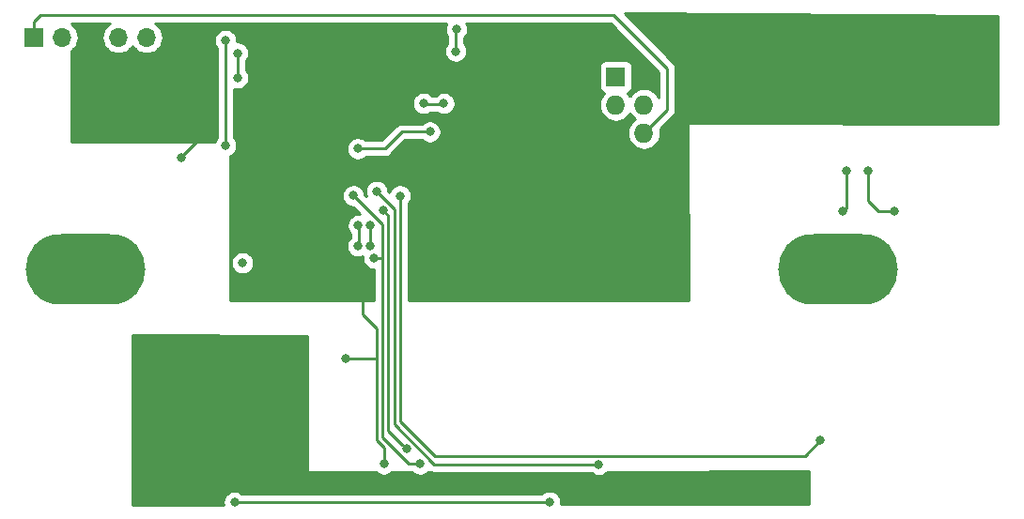
<source format=gbr>
G04 #@! TF.GenerationSoftware,KiCad,Pcbnew,(5.1.4)-1*
G04 #@! TF.CreationDate,2020-02-04T12:11:03-05:00*
G04 #@! TF.ProjectId,CellMan,43656c6c-4d61-46e2-9e6b-696361645f70,2.0*
G04 #@! TF.SameCoordinates,Original*
G04 #@! TF.FileFunction,Copper,L2,Bot*
G04 #@! TF.FilePolarity,Positive*
%FSLAX46Y46*%
G04 Gerber Fmt 4.6, Leading zero omitted, Abs format (unit mm)*
G04 Created by KiCad (PCBNEW (5.1.4)-1) date 2020-02-04 12:11:03*
%MOMM*%
%LPD*%
G04 APERTURE LIST*
%ADD10O,1.727200X1.727200*%
%ADD11R,1.727200X1.727200*%
%ADD12O,1.700000X1.700000*%
%ADD13R,1.700000X1.700000*%
%ADD14O,10.795000X6.350000*%
%ADD15C,0.800000*%
%ADD16C,0.250000*%
%ADD17C,0.254000*%
G04 APERTURE END LIST*
D10*
X158245000Y-92735000D03*
X155705000Y-92735000D03*
X158245000Y-90195000D03*
X155705000Y-90195000D03*
X158245000Y-87655000D03*
D11*
X155705000Y-87655000D03*
D12*
X113420000Y-84100000D03*
X110880000Y-84100000D03*
X108340000Y-84100000D03*
X105800000Y-84100000D03*
D13*
X103260000Y-84100000D03*
D14*
X107899200Y-105003600D03*
X175717200Y-105003600D03*
D15*
X122060000Y-104440000D03*
X116110000Y-120500000D03*
X116080000Y-123030000D03*
X166828000Y-125660000D03*
X166828000Y-124671000D03*
X166828000Y-123682000D03*
X163400000Y-124750000D03*
X144440000Y-124210000D03*
X134147977Y-97986934D03*
X154182650Y-122629010D03*
X132450000Y-94130000D03*
X138960000Y-92620000D03*
X133798520Y-87182480D03*
X123090000Y-98540000D03*
X112010000Y-88730000D03*
X118220000Y-93200000D03*
X116520000Y-94919998D03*
X134800000Y-122580000D03*
X147170000Y-85940000D03*
X123140000Y-88370000D03*
X131481465Y-104718012D03*
X180480000Y-90910000D03*
X131395000Y-113075000D03*
X131400000Y-113080000D03*
X121620000Y-87750000D03*
X138080000Y-122580000D03*
X133930000Y-104000000D03*
X132057978Y-98367363D03*
X121627520Y-85522480D03*
X138380000Y-90060000D03*
X140210000Y-90060000D03*
X141290000Y-85340000D03*
X141340000Y-83390000D03*
X133570990Y-102929156D03*
X133570990Y-101060000D03*
X134729678Y-99670322D03*
X136848262Y-121232728D03*
X136260000Y-98390000D03*
X174130000Y-120460000D03*
X132505989Y-101060000D03*
X132489156Y-102929156D03*
X120550000Y-93850000D03*
X120540000Y-84370000D03*
X121350000Y-126030000D03*
X149740000Y-126020000D03*
X180810000Y-99780000D03*
X178460000Y-96130000D03*
X176170000Y-99790000D03*
X176470000Y-96140000D03*
D16*
X135740000Y-99578957D02*
X135740000Y-119022779D01*
X139346231Y-122629010D02*
X153616965Y-122629010D01*
X153616965Y-122629010D02*
X154182650Y-122629010D01*
X135740000Y-119022779D02*
X139346231Y-122629010D01*
X134147977Y-97986934D02*
X135740000Y-99578957D01*
X138394315Y-92620000D02*
X138960000Y-92620000D01*
X136420000Y-92620000D02*
X138394315Y-92620000D01*
X132450000Y-94130000D02*
X134910000Y-94130000D01*
X134910000Y-94130000D02*
X136420000Y-92620000D01*
X118220000Y-93200000D02*
X116520000Y-94900000D01*
X116520000Y-94900000D02*
X116520000Y-94919998D01*
X131400000Y-113080000D02*
X134160000Y-113080000D01*
X132860000Y-106096547D02*
X131481465Y-104718012D01*
X132860000Y-109060000D02*
X132860000Y-106096547D01*
X134160000Y-113080000D02*
X134160000Y-110360000D01*
X134160000Y-110360000D02*
X132860000Y-109060000D01*
X134160000Y-120470000D02*
X134160000Y-113080000D01*
X134800000Y-122580000D02*
X134800000Y-121110000D01*
X134800000Y-121110000D02*
X134160000Y-120470000D01*
X121620000Y-85310002D02*
X121640002Y-85290000D01*
X121620000Y-87750000D02*
X121620000Y-85310002D01*
X133930000Y-104000000D02*
X134670000Y-104000000D01*
X137080000Y-122580000D02*
X134670000Y-120170000D01*
X138080000Y-122580000D02*
X137080000Y-122580000D01*
X134670000Y-100979385D02*
X132457977Y-98767362D01*
X132457977Y-98767362D02*
X132057978Y-98367363D01*
X134670000Y-120170000D02*
X134670000Y-100979385D01*
X103260000Y-82710000D02*
X103260000Y-84100000D01*
X103890000Y-82080000D02*
X103260000Y-82710000D01*
X155540000Y-82080000D02*
X103890000Y-82080000D01*
X160360000Y-86900000D02*
X155540000Y-82080000D01*
X158245000Y-92735000D02*
X160360000Y-90620000D01*
X160360000Y-90620000D02*
X160360000Y-86900000D01*
X138380000Y-90110000D02*
X139836752Y-90110000D01*
X141290000Y-85340000D02*
X141290000Y-83440000D01*
X141290000Y-83440000D02*
X141340000Y-83390000D01*
X133570990Y-102960000D02*
X133570990Y-101060000D01*
X134729678Y-99670322D02*
X135216988Y-100157632D01*
X135216988Y-100157632D02*
X135216988Y-119601454D01*
X135216988Y-119601454D02*
X136448263Y-120832729D01*
X136448263Y-120832729D02*
X136848262Y-121232728D01*
X139390000Y-121850000D02*
X172740000Y-121850000D01*
X136260000Y-118720000D02*
X139390000Y-121850000D01*
X136260000Y-98390000D02*
X136260000Y-118720000D01*
X172740000Y-121850000D02*
X174130000Y-120460000D01*
X132520000Y-102970000D02*
X132520000Y-101093879D01*
X120550000Y-84380000D02*
X120540000Y-84370000D01*
X120550000Y-93850000D02*
X120550000Y-84380000D01*
X149730000Y-126030000D02*
X149740000Y-126020000D01*
X121350000Y-126030000D02*
X149730000Y-126030000D01*
X179360000Y-99780000D02*
X180810000Y-99780000D01*
X178450000Y-98870000D02*
X179360000Y-99780000D01*
X178460000Y-96130000D02*
X178450000Y-96140000D01*
X178450000Y-96140000D02*
X178450000Y-98870000D01*
X176470000Y-98040000D02*
X176470000Y-96140000D01*
X176170000Y-99790000D02*
X176470000Y-99490000D01*
X176470000Y-99490000D02*
X176470000Y-98040000D01*
D17*
G36*
X127873000Y-111006841D02*
G01*
X127873000Y-123220000D01*
X127875440Y-123244776D01*
X127882667Y-123268601D01*
X127894403Y-123290557D01*
X127910197Y-123309803D01*
X127929443Y-123325597D01*
X127951399Y-123337333D01*
X127975224Y-123344560D01*
X128000337Y-123347000D01*
X134087140Y-123330851D01*
X134140226Y-123383937D01*
X134309744Y-123497205D01*
X134498102Y-123575226D01*
X134698061Y-123615000D01*
X134901939Y-123615000D01*
X135101898Y-123575226D01*
X135290256Y-123497205D01*
X135459774Y-123383937D01*
X135516653Y-123327058D01*
X136912396Y-123323355D01*
X136931014Y-123329003D01*
X137042667Y-123340000D01*
X137042675Y-123340000D01*
X137080000Y-123343676D01*
X137117325Y-123340000D01*
X137376289Y-123340000D01*
X137420226Y-123383937D01*
X137589744Y-123497205D01*
X137778102Y-123575226D01*
X137978061Y-123615000D01*
X138181939Y-123615000D01*
X138381898Y-123575226D01*
X138570256Y-123497205D01*
X138739774Y-123383937D01*
X138805378Y-123318333D01*
X139022556Y-123317757D01*
X139053984Y-123334556D01*
X139197245Y-123378013D01*
X139308898Y-123389010D01*
X139308906Y-123389010D01*
X139346231Y-123392686D01*
X139383556Y-123389010D01*
X153478939Y-123389010D01*
X153522876Y-123432947D01*
X153692394Y-123546215D01*
X153880752Y-123624236D01*
X154080711Y-123664010D01*
X154284589Y-123664010D01*
X154484548Y-123624236D01*
X154672906Y-123546215D01*
X154842424Y-123432947D01*
X154986587Y-123288784D01*
X154995544Y-123275379D01*
X173103000Y-123227338D01*
X173103000Y-126193207D01*
X150753564Y-126229708D01*
X150775000Y-126121939D01*
X150775000Y-125918061D01*
X150735226Y-125718102D01*
X150657205Y-125529744D01*
X150543937Y-125360226D01*
X150399774Y-125216063D01*
X150230256Y-125102795D01*
X150041898Y-125024774D01*
X149841939Y-124985000D01*
X149638061Y-124985000D01*
X149438102Y-125024774D01*
X149249744Y-125102795D01*
X149080226Y-125216063D01*
X149026289Y-125270000D01*
X122053711Y-125270000D01*
X122009774Y-125226063D01*
X121840256Y-125112795D01*
X121651898Y-125034774D01*
X121451939Y-124995000D01*
X121248061Y-124995000D01*
X121048102Y-125034774D01*
X120859744Y-125112795D01*
X120690226Y-125226063D01*
X120546063Y-125370226D01*
X120432795Y-125539744D01*
X120354774Y-125728102D01*
X120315000Y-125928061D01*
X120315000Y-126131939D01*
X120344326Y-126279372D01*
X112127082Y-126292792D01*
X112136918Y-110987159D01*
X127873000Y-111006841D01*
X127873000Y-111006841D01*
G37*
X127873000Y-111006841D02*
X127873000Y-123220000D01*
X127875440Y-123244776D01*
X127882667Y-123268601D01*
X127894403Y-123290557D01*
X127910197Y-123309803D01*
X127929443Y-123325597D01*
X127951399Y-123337333D01*
X127975224Y-123344560D01*
X128000337Y-123347000D01*
X134087140Y-123330851D01*
X134140226Y-123383937D01*
X134309744Y-123497205D01*
X134498102Y-123575226D01*
X134698061Y-123615000D01*
X134901939Y-123615000D01*
X135101898Y-123575226D01*
X135290256Y-123497205D01*
X135459774Y-123383937D01*
X135516653Y-123327058D01*
X136912396Y-123323355D01*
X136931014Y-123329003D01*
X137042667Y-123340000D01*
X137042675Y-123340000D01*
X137080000Y-123343676D01*
X137117325Y-123340000D01*
X137376289Y-123340000D01*
X137420226Y-123383937D01*
X137589744Y-123497205D01*
X137778102Y-123575226D01*
X137978061Y-123615000D01*
X138181939Y-123615000D01*
X138381898Y-123575226D01*
X138570256Y-123497205D01*
X138739774Y-123383937D01*
X138805378Y-123318333D01*
X139022556Y-123317757D01*
X139053984Y-123334556D01*
X139197245Y-123378013D01*
X139308898Y-123389010D01*
X139308906Y-123389010D01*
X139346231Y-123392686D01*
X139383556Y-123389010D01*
X153478939Y-123389010D01*
X153522876Y-123432947D01*
X153692394Y-123546215D01*
X153880752Y-123624236D01*
X154080711Y-123664010D01*
X154284589Y-123664010D01*
X154484548Y-123624236D01*
X154672906Y-123546215D01*
X154842424Y-123432947D01*
X154986587Y-123288784D01*
X154995544Y-123275379D01*
X173103000Y-123227338D01*
X173103000Y-126193207D01*
X150753564Y-126229708D01*
X150775000Y-126121939D01*
X150775000Y-125918061D01*
X150735226Y-125718102D01*
X150657205Y-125529744D01*
X150543937Y-125360226D01*
X150399774Y-125216063D01*
X150230256Y-125102795D01*
X150041898Y-125024774D01*
X149841939Y-124985000D01*
X149638061Y-124985000D01*
X149438102Y-125024774D01*
X149249744Y-125102795D01*
X149080226Y-125216063D01*
X149026289Y-125270000D01*
X122053711Y-125270000D01*
X122009774Y-125226063D01*
X121840256Y-125112795D01*
X121651898Y-125034774D01*
X121451939Y-124995000D01*
X121248061Y-124995000D01*
X121048102Y-125034774D01*
X120859744Y-125112795D01*
X120690226Y-125226063D01*
X120546063Y-125370226D01*
X120432795Y-125539744D01*
X120354774Y-125728102D01*
X120315000Y-125928061D01*
X120315000Y-126131939D01*
X120344326Y-126279372D01*
X112127082Y-126292792D01*
X112136918Y-110987159D01*
X127873000Y-111006841D01*
G36*
X190152748Y-82131281D02*
G01*
X190133253Y-91930147D01*
X162330352Y-91853000D01*
X162305569Y-91855372D01*
X162281725Y-91862533D01*
X162259736Y-91874208D01*
X162240447Y-91889949D01*
X162224600Y-91909150D01*
X162212803Y-91931074D01*
X162205509Y-91954878D01*
X162203000Y-91980239D01*
X162232761Y-107813000D01*
X137020000Y-107813000D01*
X137020000Y-99093711D01*
X137063937Y-99049774D01*
X137177205Y-98880256D01*
X137255226Y-98691898D01*
X137295000Y-98491939D01*
X137295000Y-98288061D01*
X137255226Y-98088102D01*
X137177205Y-97899744D01*
X137063937Y-97730226D01*
X136919774Y-97586063D01*
X136750256Y-97472795D01*
X136561898Y-97394774D01*
X136361939Y-97355000D01*
X136158061Y-97355000D01*
X135958102Y-97394774D01*
X135769744Y-97472795D01*
X135600226Y-97586063D01*
X135456063Y-97730226D01*
X135342795Y-97899744D01*
X135282105Y-98046261D01*
X135182977Y-97947133D01*
X135182977Y-97884995D01*
X135143203Y-97685036D01*
X135065182Y-97496678D01*
X134951914Y-97327160D01*
X134807751Y-97182997D01*
X134638233Y-97069729D01*
X134449875Y-96991708D01*
X134249916Y-96951934D01*
X134046038Y-96951934D01*
X133846079Y-96991708D01*
X133657721Y-97069729D01*
X133488203Y-97182997D01*
X133344040Y-97327160D01*
X133230772Y-97496678D01*
X133152751Y-97685036D01*
X133112977Y-97884995D01*
X133112977Y-98088873D01*
X133152751Y-98288832D01*
X133222404Y-98456988D01*
X133092978Y-98327562D01*
X133092978Y-98265424D01*
X133053204Y-98065465D01*
X132975183Y-97877107D01*
X132861915Y-97707589D01*
X132717752Y-97563426D01*
X132548234Y-97450158D01*
X132359876Y-97372137D01*
X132159917Y-97332363D01*
X131956039Y-97332363D01*
X131756080Y-97372137D01*
X131567722Y-97450158D01*
X131398204Y-97563426D01*
X131254041Y-97707589D01*
X131140773Y-97877107D01*
X131062752Y-98065465D01*
X131022978Y-98265424D01*
X131022978Y-98469302D01*
X131062752Y-98669261D01*
X131140773Y-98857619D01*
X131254041Y-99027137D01*
X131398204Y-99171300D01*
X131567722Y-99284568D01*
X131756080Y-99362589D01*
X131956039Y-99402363D01*
X132018177Y-99402363D01*
X132648979Y-100033166D01*
X132607928Y-100025000D01*
X132404050Y-100025000D01*
X132204091Y-100064774D01*
X132015733Y-100142795D01*
X131846215Y-100256063D01*
X131702052Y-100400226D01*
X131588784Y-100569744D01*
X131510763Y-100758102D01*
X131470989Y-100958061D01*
X131470989Y-101161939D01*
X131510763Y-101361898D01*
X131588784Y-101550256D01*
X131702052Y-101719774D01*
X131760001Y-101777723D01*
X131760000Y-102194601D01*
X131685219Y-102269382D01*
X131571951Y-102438900D01*
X131493930Y-102627258D01*
X131454156Y-102827217D01*
X131454156Y-103031095D01*
X131493930Y-103231054D01*
X131571951Y-103419412D01*
X131685219Y-103588930D01*
X131829382Y-103733093D01*
X131998900Y-103846361D01*
X132187258Y-103924382D01*
X132387217Y-103964156D01*
X132591095Y-103964156D01*
X132791054Y-103924382D01*
X132898628Y-103879823D01*
X132895000Y-103898061D01*
X132895000Y-104101939D01*
X132934774Y-104301898D01*
X133012795Y-104490256D01*
X133126063Y-104659774D01*
X133270226Y-104803937D01*
X133439744Y-104917205D01*
X133628102Y-104995226D01*
X133828061Y-105035000D01*
X133910001Y-105035000D01*
X133910001Y-107813000D01*
X120937000Y-107813000D01*
X120937000Y-104338061D01*
X121025000Y-104338061D01*
X121025000Y-104541939D01*
X121064774Y-104741898D01*
X121142795Y-104930256D01*
X121256063Y-105099774D01*
X121400226Y-105243937D01*
X121569744Y-105357205D01*
X121758102Y-105435226D01*
X121958061Y-105475000D01*
X122161939Y-105475000D01*
X122361898Y-105435226D01*
X122550256Y-105357205D01*
X122719774Y-105243937D01*
X122863937Y-105099774D01*
X122977205Y-104930256D01*
X123055226Y-104741898D01*
X123095000Y-104541939D01*
X123095000Y-104338061D01*
X123055226Y-104138102D01*
X122977205Y-103949744D01*
X122863937Y-103780226D01*
X122719774Y-103636063D01*
X122550256Y-103522795D01*
X122361898Y-103444774D01*
X122161939Y-103405000D01*
X121958061Y-103405000D01*
X121758102Y-103444774D01*
X121569744Y-103522795D01*
X121400226Y-103636063D01*
X121256063Y-103780226D01*
X121142795Y-103949744D01*
X121064774Y-104138102D01*
X121025000Y-104338061D01*
X120937000Y-104338061D01*
X120937000Y-94809975D01*
X121040256Y-94767205D01*
X121209774Y-94653937D01*
X121353937Y-94509774D01*
X121467205Y-94340256D01*
X121545226Y-94151898D01*
X121569858Y-94028061D01*
X131415000Y-94028061D01*
X131415000Y-94231939D01*
X131454774Y-94431898D01*
X131532795Y-94620256D01*
X131646063Y-94789774D01*
X131790226Y-94933937D01*
X131959744Y-95047205D01*
X132148102Y-95125226D01*
X132348061Y-95165000D01*
X132551939Y-95165000D01*
X132751898Y-95125226D01*
X132940256Y-95047205D01*
X133109774Y-94933937D01*
X133153711Y-94890000D01*
X134872678Y-94890000D01*
X134910000Y-94893676D01*
X134947322Y-94890000D01*
X134947333Y-94890000D01*
X135058986Y-94879003D01*
X135202247Y-94835546D01*
X135334276Y-94764974D01*
X135450001Y-94670001D01*
X135473803Y-94640998D01*
X136734803Y-93380000D01*
X138256289Y-93380000D01*
X138300226Y-93423937D01*
X138469744Y-93537205D01*
X138658102Y-93615226D01*
X138858061Y-93655000D01*
X139061939Y-93655000D01*
X139261898Y-93615226D01*
X139450256Y-93537205D01*
X139619774Y-93423937D01*
X139763937Y-93279774D01*
X139877205Y-93110256D01*
X139955226Y-92921898D01*
X139995000Y-92721939D01*
X139995000Y-92518061D01*
X139955226Y-92318102D01*
X139877205Y-92129744D01*
X139763937Y-91960226D01*
X139619774Y-91816063D01*
X139450256Y-91702795D01*
X139261898Y-91624774D01*
X139061939Y-91585000D01*
X138858061Y-91585000D01*
X138658102Y-91624774D01*
X138469744Y-91702795D01*
X138300226Y-91816063D01*
X138256289Y-91860000D01*
X136457322Y-91860000D01*
X136419999Y-91856324D01*
X136382676Y-91860000D01*
X136382667Y-91860000D01*
X136271014Y-91870997D01*
X136127753Y-91914454D01*
X135995724Y-91985026D01*
X135995722Y-91985027D01*
X135995723Y-91985027D01*
X135908996Y-92056201D01*
X135908992Y-92056205D01*
X135879999Y-92079999D01*
X135856205Y-92108992D01*
X134595199Y-93370000D01*
X133153711Y-93370000D01*
X133109774Y-93326063D01*
X132940256Y-93212795D01*
X132751898Y-93134774D01*
X132551939Y-93095000D01*
X132348061Y-93095000D01*
X132148102Y-93134774D01*
X131959744Y-93212795D01*
X131790226Y-93326063D01*
X131646063Y-93470226D01*
X131532795Y-93639744D01*
X131454774Y-93828102D01*
X131415000Y-94028061D01*
X121569858Y-94028061D01*
X121585000Y-93951939D01*
X121585000Y-93748061D01*
X121545226Y-93548102D01*
X121467205Y-93359744D01*
X121353937Y-93190226D01*
X121310000Y-93146289D01*
X121310000Y-89958061D01*
X137345000Y-89958061D01*
X137345000Y-90161939D01*
X137384774Y-90361898D01*
X137462795Y-90550256D01*
X137576063Y-90719774D01*
X137720226Y-90863937D01*
X137889744Y-90977205D01*
X138078102Y-91055226D01*
X138278061Y-91095000D01*
X138481939Y-91095000D01*
X138681898Y-91055226D01*
X138870256Y-90977205D01*
X139030700Y-90870000D01*
X139559300Y-90870000D01*
X139719744Y-90977205D01*
X139908102Y-91055226D01*
X140108061Y-91095000D01*
X140311939Y-91095000D01*
X140511898Y-91055226D01*
X140700256Y-90977205D01*
X140869774Y-90863937D01*
X141013937Y-90719774D01*
X141127205Y-90550256D01*
X141205226Y-90361898D01*
X141245000Y-90161939D01*
X141245000Y-89958061D01*
X141205226Y-89758102D01*
X141127205Y-89569744D01*
X141013937Y-89400226D01*
X140869774Y-89256063D01*
X140700256Y-89142795D01*
X140511898Y-89064774D01*
X140311939Y-89025000D01*
X140108061Y-89025000D01*
X139908102Y-89064774D01*
X139719744Y-89142795D01*
X139550226Y-89256063D01*
X139456289Y-89350000D01*
X139133711Y-89350000D01*
X139039774Y-89256063D01*
X138870256Y-89142795D01*
X138681898Y-89064774D01*
X138481939Y-89025000D01*
X138278061Y-89025000D01*
X138078102Y-89064774D01*
X137889744Y-89142795D01*
X137720226Y-89256063D01*
X137576063Y-89400226D01*
X137462795Y-89569744D01*
X137384774Y-89758102D01*
X137345000Y-89958061D01*
X121310000Y-89958061D01*
X121310000Y-88741870D01*
X121318102Y-88745226D01*
X121518061Y-88785000D01*
X121721939Y-88785000D01*
X121921898Y-88745226D01*
X122110256Y-88667205D01*
X122279774Y-88553937D01*
X122423937Y-88409774D01*
X122537205Y-88240256D01*
X122615226Y-88051898D01*
X122655000Y-87851939D01*
X122655000Y-87648061D01*
X122615226Y-87448102D01*
X122537205Y-87259744D01*
X122423937Y-87090226D01*
X122380000Y-87046289D01*
X122380000Y-86233711D01*
X122431457Y-86182254D01*
X122544725Y-86012736D01*
X122622746Y-85824378D01*
X122662520Y-85624419D01*
X122662520Y-85420541D01*
X122622746Y-85220582D01*
X122544725Y-85032224D01*
X122431457Y-84862706D01*
X122287294Y-84718543D01*
X122117776Y-84605275D01*
X121929418Y-84527254D01*
X121729459Y-84487480D01*
X121571909Y-84487480D01*
X121575000Y-84471939D01*
X121575000Y-84268061D01*
X121535226Y-84068102D01*
X121457205Y-83879744D01*
X121343937Y-83710226D01*
X121199774Y-83566063D01*
X121030256Y-83452795D01*
X120841898Y-83374774D01*
X120641939Y-83335000D01*
X120438061Y-83335000D01*
X120238102Y-83374774D01*
X120049744Y-83452795D01*
X119880226Y-83566063D01*
X119736063Y-83710226D01*
X119622795Y-83879744D01*
X119544774Y-84068102D01*
X119505000Y-84268061D01*
X119505000Y-84471939D01*
X119544774Y-84671898D01*
X119622795Y-84860256D01*
X119736063Y-85029774D01*
X119790001Y-85083712D01*
X119790000Y-93146289D01*
X119746063Y-93190226D01*
X119632795Y-93359744D01*
X119577598Y-93493000D01*
X106607210Y-93493000D01*
X106620689Y-85345156D01*
X106629014Y-85340706D01*
X106855134Y-85155134D01*
X107040706Y-84929014D01*
X107178599Y-84671034D01*
X107263513Y-84391111D01*
X107292185Y-84100000D01*
X107263513Y-83808889D01*
X107178599Y-83528966D01*
X107040706Y-83270986D01*
X106855134Y-83044866D01*
X106629014Y-82859294D01*
X106624805Y-82857044D01*
X106624833Y-82840000D01*
X110087083Y-82840000D01*
X110050986Y-82859294D01*
X109824866Y-83044866D01*
X109639294Y-83270986D01*
X109501401Y-83528966D01*
X109416487Y-83808889D01*
X109387815Y-84100000D01*
X109416487Y-84391111D01*
X109501401Y-84671034D01*
X109639294Y-84929014D01*
X109824866Y-85155134D01*
X110050986Y-85340706D01*
X110308966Y-85478599D01*
X110588889Y-85563513D01*
X110807050Y-85585000D01*
X110952950Y-85585000D01*
X111171111Y-85563513D01*
X111451034Y-85478599D01*
X111709014Y-85340706D01*
X111935134Y-85155134D01*
X112120706Y-84929014D01*
X112150000Y-84874209D01*
X112179294Y-84929014D01*
X112364866Y-85155134D01*
X112590986Y-85340706D01*
X112848966Y-85478599D01*
X113128889Y-85563513D01*
X113347050Y-85585000D01*
X113492950Y-85585000D01*
X113711111Y-85563513D01*
X113991034Y-85478599D01*
X114249014Y-85340706D01*
X114475134Y-85155134D01*
X114660706Y-84929014D01*
X114798599Y-84671034D01*
X114883513Y-84391111D01*
X114912185Y-84100000D01*
X114883513Y-83808889D01*
X114798599Y-83528966D01*
X114660706Y-83270986D01*
X114475134Y-83044866D01*
X114249014Y-82859294D01*
X114212917Y-82840000D01*
X140462715Y-82840000D01*
X140422795Y-82899744D01*
X140344774Y-83088102D01*
X140305000Y-83288061D01*
X140305000Y-83491939D01*
X140344774Y-83691898D01*
X140422795Y-83880256D01*
X140530001Y-84040701D01*
X140530000Y-84636289D01*
X140486063Y-84680226D01*
X140372795Y-84849744D01*
X140294774Y-85038102D01*
X140255000Y-85238061D01*
X140255000Y-85441939D01*
X140294774Y-85641898D01*
X140372795Y-85830256D01*
X140486063Y-85999774D01*
X140630226Y-86143937D01*
X140799744Y-86257205D01*
X140988102Y-86335226D01*
X141188061Y-86375000D01*
X141391939Y-86375000D01*
X141591898Y-86335226D01*
X141780256Y-86257205D01*
X141949774Y-86143937D01*
X142093937Y-85999774D01*
X142207205Y-85830256D01*
X142285226Y-85641898D01*
X142325000Y-85441939D01*
X142325000Y-85238061D01*
X142285226Y-85038102D01*
X142207205Y-84849744D01*
X142093937Y-84680226D01*
X142050000Y-84636289D01*
X142050000Y-84143711D01*
X142143937Y-84049774D01*
X142257205Y-83880256D01*
X142335226Y-83691898D01*
X142375000Y-83491939D01*
X142375000Y-83288061D01*
X142335226Y-83088102D01*
X142257205Y-82899744D01*
X142217285Y-82840000D01*
X155225199Y-82840000D01*
X159600001Y-87214803D01*
X159600000Y-89550964D01*
X159497069Y-89358394D01*
X159309797Y-89130203D01*
X159081606Y-88942931D01*
X158821264Y-88803775D01*
X158538777Y-88718084D01*
X158318619Y-88696400D01*
X158171381Y-88696400D01*
X157951223Y-88718084D01*
X157668736Y-88803775D01*
X157408394Y-88942931D01*
X157180203Y-89130203D01*
X156992931Y-89358394D01*
X156975000Y-89391940D01*
X156957069Y-89358394D01*
X156769797Y-89130203D01*
X156761735Y-89123586D01*
X156812780Y-89108102D01*
X156923094Y-89049137D01*
X157019785Y-88969785D01*
X157099137Y-88873094D01*
X157158102Y-88762780D01*
X157194412Y-88643082D01*
X157206672Y-88518600D01*
X157206672Y-86791400D01*
X157194412Y-86666918D01*
X157158102Y-86547220D01*
X157099137Y-86436906D01*
X157019785Y-86340215D01*
X156923094Y-86260863D01*
X156812780Y-86201898D01*
X156693082Y-86165588D01*
X156568600Y-86153328D01*
X154841400Y-86153328D01*
X154716918Y-86165588D01*
X154597220Y-86201898D01*
X154486906Y-86260863D01*
X154390215Y-86340215D01*
X154310863Y-86436906D01*
X154251898Y-86547220D01*
X154215588Y-86666918D01*
X154203328Y-86791400D01*
X154203328Y-88518600D01*
X154215588Y-88643082D01*
X154251898Y-88762780D01*
X154310863Y-88873094D01*
X154390215Y-88969785D01*
X154486906Y-89049137D01*
X154597220Y-89108102D01*
X154648265Y-89123586D01*
X154640203Y-89130203D01*
X154452931Y-89358394D01*
X154313775Y-89618736D01*
X154228084Y-89901223D01*
X154199149Y-90195000D01*
X154228084Y-90488777D01*
X154313775Y-90771264D01*
X154452931Y-91031606D01*
X154640203Y-91259797D01*
X154868394Y-91447069D01*
X155128736Y-91586225D01*
X155411223Y-91671916D01*
X155631381Y-91693600D01*
X155778619Y-91693600D01*
X155998777Y-91671916D01*
X156281264Y-91586225D01*
X156541606Y-91447069D01*
X156769797Y-91259797D01*
X156957069Y-91031606D01*
X156975000Y-90998060D01*
X156992931Y-91031606D01*
X157180203Y-91259797D01*
X157408394Y-91447069D01*
X157441940Y-91465000D01*
X157408394Y-91482931D01*
X157180203Y-91670203D01*
X156992931Y-91898394D01*
X156853775Y-92158736D01*
X156768084Y-92441223D01*
X156739149Y-92735000D01*
X156768084Y-93028777D01*
X156853775Y-93311264D01*
X156992931Y-93571606D01*
X157180203Y-93799797D01*
X157408394Y-93987069D01*
X157668736Y-94126225D01*
X157951223Y-94211916D01*
X158171381Y-94233600D01*
X158318619Y-94233600D01*
X158538777Y-94211916D01*
X158821264Y-94126225D01*
X159081606Y-93987069D01*
X159309797Y-93799797D01*
X159497069Y-93571606D01*
X159636225Y-93311264D01*
X159721916Y-93028777D01*
X159750851Y-92735000D01*
X159721916Y-92441223D01*
X159696701Y-92358100D01*
X160871004Y-91183798D01*
X160900001Y-91160001D01*
X160994974Y-91044276D01*
X161065546Y-90912247D01*
X161109003Y-90768986D01*
X161120000Y-90657333D01*
X161120000Y-90657325D01*
X161123676Y-90620000D01*
X161120000Y-90582675D01*
X161120000Y-86937322D01*
X161123676Y-86899999D01*
X161120000Y-86862676D01*
X161120000Y-86862667D01*
X161109003Y-86751014D01*
X161065546Y-86607753D01*
X160994974Y-86475724D01*
X160900001Y-86359999D01*
X160871003Y-86336201D01*
X156475143Y-81940342D01*
X190152748Y-82131281D01*
X190152748Y-82131281D01*
G37*
X190152748Y-82131281D02*
X190133253Y-91930147D01*
X162330352Y-91853000D01*
X162305569Y-91855372D01*
X162281725Y-91862533D01*
X162259736Y-91874208D01*
X162240447Y-91889949D01*
X162224600Y-91909150D01*
X162212803Y-91931074D01*
X162205509Y-91954878D01*
X162203000Y-91980239D01*
X162232761Y-107813000D01*
X137020000Y-107813000D01*
X137020000Y-99093711D01*
X137063937Y-99049774D01*
X137177205Y-98880256D01*
X137255226Y-98691898D01*
X137295000Y-98491939D01*
X137295000Y-98288061D01*
X137255226Y-98088102D01*
X137177205Y-97899744D01*
X137063937Y-97730226D01*
X136919774Y-97586063D01*
X136750256Y-97472795D01*
X136561898Y-97394774D01*
X136361939Y-97355000D01*
X136158061Y-97355000D01*
X135958102Y-97394774D01*
X135769744Y-97472795D01*
X135600226Y-97586063D01*
X135456063Y-97730226D01*
X135342795Y-97899744D01*
X135282105Y-98046261D01*
X135182977Y-97947133D01*
X135182977Y-97884995D01*
X135143203Y-97685036D01*
X135065182Y-97496678D01*
X134951914Y-97327160D01*
X134807751Y-97182997D01*
X134638233Y-97069729D01*
X134449875Y-96991708D01*
X134249916Y-96951934D01*
X134046038Y-96951934D01*
X133846079Y-96991708D01*
X133657721Y-97069729D01*
X133488203Y-97182997D01*
X133344040Y-97327160D01*
X133230772Y-97496678D01*
X133152751Y-97685036D01*
X133112977Y-97884995D01*
X133112977Y-98088873D01*
X133152751Y-98288832D01*
X133222404Y-98456988D01*
X133092978Y-98327562D01*
X133092978Y-98265424D01*
X133053204Y-98065465D01*
X132975183Y-97877107D01*
X132861915Y-97707589D01*
X132717752Y-97563426D01*
X132548234Y-97450158D01*
X132359876Y-97372137D01*
X132159917Y-97332363D01*
X131956039Y-97332363D01*
X131756080Y-97372137D01*
X131567722Y-97450158D01*
X131398204Y-97563426D01*
X131254041Y-97707589D01*
X131140773Y-97877107D01*
X131062752Y-98065465D01*
X131022978Y-98265424D01*
X131022978Y-98469302D01*
X131062752Y-98669261D01*
X131140773Y-98857619D01*
X131254041Y-99027137D01*
X131398204Y-99171300D01*
X131567722Y-99284568D01*
X131756080Y-99362589D01*
X131956039Y-99402363D01*
X132018177Y-99402363D01*
X132648979Y-100033166D01*
X132607928Y-100025000D01*
X132404050Y-100025000D01*
X132204091Y-100064774D01*
X132015733Y-100142795D01*
X131846215Y-100256063D01*
X131702052Y-100400226D01*
X131588784Y-100569744D01*
X131510763Y-100758102D01*
X131470989Y-100958061D01*
X131470989Y-101161939D01*
X131510763Y-101361898D01*
X131588784Y-101550256D01*
X131702052Y-101719774D01*
X131760001Y-101777723D01*
X131760000Y-102194601D01*
X131685219Y-102269382D01*
X131571951Y-102438900D01*
X131493930Y-102627258D01*
X131454156Y-102827217D01*
X131454156Y-103031095D01*
X131493930Y-103231054D01*
X131571951Y-103419412D01*
X131685219Y-103588930D01*
X131829382Y-103733093D01*
X131998900Y-103846361D01*
X132187258Y-103924382D01*
X132387217Y-103964156D01*
X132591095Y-103964156D01*
X132791054Y-103924382D01*
X132898628Y-103879823D01*
X132895000Y-103898061D01*
X132895000Y-104101939D01*
X132934774Y-104301898D01*
X133012795Y-104490256D01*
X133126063Y-104659774D01*
X133270226Y-104803937D01*
X133439744Y-104917205D01*
X133628102Y-104995226D01*
X133828061Y-105035000D01*
X133910001Y-105035000D01*
X133910001Y-107813000D01*
X120937000Y-107813000D01*
X120937000Y-104338061D01*
X121025000Y-104338061D01*
X121025000Y-104541939D01*
X121064774Y-104741898D01*
X121142795Y-104930256D01*
X121256063Y-105099774D01*
X121400226Y-105243937D01*
X121569744Y-105357205D01*
X121758102Y-105435226D01*
X121958061Y-105475000D01*
X122161939Y-105475000D01*
X122361898Y-105435226D01*
X122550256Y-105357205D01*
X122719774Y-105243937D01*
X122863937Y-105099774D01*
X122977205Y-104930256D01*
X123055226Y-104741898D01*
X123095000Y-104541939D01*
X123095000Y-104338061D01*
X123055226Y-104138102D01*
X122977205Y-103949744D01*
X122863937Y-103780226D01*
X122719774Y-103636063D01*
X122550256Y-103522795D01*
X122361898Y-103444774D01*
X122161939Y-103405000D01*
X121958061Y-103405000D01*
X121758102Y-103444774D01*
X121569744Y-103522795D01*
X121400226Y-103636063D01*
X121256063Y-103780226D01*
X121142795Y-103949744D01*
X121064774Y-104138102D01*
X121025000Y-104338061D01*
X120937000Y-104338061D01*
X120937000Y-94809975D01*
X121040256Y-94767205D01*
X121209774Y-94653937D01*
X121353937Y-94509774D01*
X121467205Y-94340256D01*
X121545226Y-94151898D01*
X121569858Y-94028061D01*
X131415000Y-94028061D01*
X131415000Y-94231939D01*
X131454774Y-94431898D01*
X131532795Y-94620256D01*
X131646063Y-94789774D01*
X131790226Y-94933937D01*
X131959744Y-95047205D01*
X132148102Y-95125226D01*
X132348061Y-95165000D01*
X132551939Y-95165000D01*
X132751898Y-95125226D01*
X132940256Y-95047205D01*
X133109774Y-94933937D01*
X133153711Y-94890000D01*
X134872678Y-94890000D01*
X134910000Y-94893676D01*
X134947322Y-94890000D01*
X134947333Y-94890000D01*
X135058986Y-94879003D01*
X135202247Y-94835546D01*
X135334276Y-94764974D01*
X135450001Y-94670001D01*
X135473803Y-94640998D01*
X136734803Y-93380000D01*
X138256289Y-93380000D01*
X138300226Y-93423937D01*
X138469744Y-93537205D01*
X138658102Y-93615226D01*
X138858061Y-93655000D01*
X139061939Y-93655000D01*
X139261898Y-93615226D01*
X139450256Y-93537205D01*
X139619774Y-93423937D01*
X139763937Y-93279774D01*
X139877205Y-93110256D01*
X139955226Y-92921898D01*
X139995000Y-92721939D01*
X139995000Y-92518061D01*
X139955226Y-92318102D01*
X139877205Y-92129744D01*
X139763937Y-91960226D01*
X139619774Y-91816063D01*
X139450256Y-91702795D01*
X139261898Y-91624774D01*
X139061939Y-91585000D01*
X138858061Y-91585000D01*
X138658102Y-91624774D01*
X138469744Y-91702795D01*
X138300226Y-91816063D01*
X138256289Y-91860000D01*
X136457322Y-91860000D01*
X136419999Y-91856324D01*
X136382676Y-91860000D01*
X136382667Y-91860000D01*
X136271014Y-91870997D01*
X136127753Y-91914454D01*
X135995724Y-91985026D01*
X135995722Y-91985027D01*
X135995723Y-91985027D01*
X135908996Y-92056201D01*
X135908992Y-92056205D01*
X135879999Y-92079999D01*
X135856205Y-92108992D01*
X134595199Y-93370000D01*
X133153711Y-93370000D01*
X133109774Y-93326063D01*
X132940256Y-93212795D01*
X132751898Y-93134774D01*
X132551939Y-93095000D01*
X132348061Y-93095000D01*
X132148102Y-93134774D01*
X131959744Y-93212795D01*
X131790226Y-93326063D01*
X131646063Y-93470226D01*
X131532795Y-93639744D01*
X131454774Y-93828102D01*
X131415000Y-94028061D01*
X121569858Y-94028061D01*
X121585000Y-93951939D01*
X121585000Y-93748061D01*
X121545226Y-93548102D01*
X121467205Y-93359744D01*
X121353937Y-93190226D01*
X121310000Y-93146289D01*
X121310000Y-89958061D01*
X137345000Y-89958061D01*
X137345000Y-90161939D01*
X137384774Y-90361898D01*
X137462795Y-90550256D01*
X137576063Y-90719774D01*
X137720226Y-90863937D01*
X137889744Y-90977205D01*
X138078102Y-91055226D01*
X138278061Y-91095000D01*
X138481939Y-91095000D01*
X138681898Y-91055226D01*
X138870256Y-90977205D01*
X139030700Y-90870000D01*
X139559300Y-90870000D01*
X139719744Y-90977205D01*
X139908102Y-91055226D01*
X140108061Y-91095000D01*
X140311939Y-91095000D01*
X140511898Y-91055226D01*
X140700256Y-90977205D01*
X140869774Y-90863937D01*
X141013937Y-90719774D01*
X141127205Y-90550256D01*
X141205226Y-90361898D01*
X141245000Y-90161939D01*
X141245000Y-89958061D01*
X141205226Y-89758102D01*
X141127205Y-89569744D01*
X141013937Y-89400226D01*
X140869774Y-89256063D01*
X140700256Y-89142795D01*
X140511898Y-89064774D01*
X140311939Y-89025000D01*
X140108061Y-89025000D01*
X139908102Y-89064774D01*
X139719744Y-89142795D01*
X139550226Y-89256063D01*
X139456289Y-89350000D01*
X139133711Y-89350000D01*
X139039774Y-89256063D01*
X138870256Y-89142795D01*
X138681898Y-89064774D01*
X138481939Y-89025000D01*
X138278061Y-89025000D01*
X138078102Y-89064774D01*
X137889744Y-89142795D01*
X137720226Y-89256063D01*
X137576063Y-89400226D01*
X137462795Y-89569744D01*
X137384774Y-89758102D01*
X137345000Y-89958061D01*
X121310000Y-89958061D01*
X121310000Y-88741870D01*
X121318102Y-88745226D01*
X121518061Y-88785000D01*
X121721939Y-88785000D01*
X121921898Y-88745226D01*
X122110256Y-88667205D01*
X122279774Y-88553937D01*
X122423937Y-88409774D01*
X122537205Y-88240256D01*
X122615226Y-88051898D01*
X122655000Y-87851939D01*
X122655000Y-87648061D01*
X122615226Y-87448102D01*
X122537205Y-87259744D01*
X122423937Y-87090226D01*
X122380000Y-87046289D01*
X122380000Y-86233711D01*
X122431457Y-86182254D01*
X122544725Y-86012736D01*
X122622746Y-85824378D01*
X122662520Y-85624419D01*
X122662520Y-85420541D01*
X122622746Y-85220582D01*
X122544725Y-85032224D01*
X122431457Y-84862706D01*
X122287294Y-84718543D01*
X122117776Y-84605275D01*
X121929418Y-84527254D01*
X121729459Y-84487480D01*
X121571909Y-84487480D01*
X121575000Y-84471939D01*
X121575000Y-84268061D01*
X121535226Y-84068102D01*
X121457205Y-83879744D01*
X121343937Y-83710226D01*
X121199774Y-83566063D01*
X121030256Y-83452795D01*
X120841898Y-83374774D01*
X120641939Y-83335000D01*
X120438061Y-83335000D01*
X120238102Y-83374774D01*
X120049744Y-83452795D01*
X119880226Y-83566063D01*
X119736063Y-83710226D01*
X119622795Y-83879744D01*
X119544774Y-84068102D01*
X119505000Y-84268061D01*
X119505000Y-84471939D01*
X119544774Y-84671898D01*
X119622795Y-84860256D01*
X119736063Y-85029774D01*
X119790001Y-85083712D01*
X119790000Y-93146289D01*
X119746063Y-93190226D01*
X119632795Y-93359744D01*
X119577598Y-93493000D01*
X106607210Y-93493000D01*
X106620689Y-85345156D01*
X106629014Y-85340706D01*
X106855134Y-85155134D01*
X107040706Y-84929014D01*
X107178599Y-84671034D01*
X107263513Y-84391111D01*
X107292185Y-84100000D01*
X107263513Y-83808889D01*
X107178599Y-83528966D01*
X107040706Y-83270986D01*
X106855134Y-83044866D01*
X106629014Y-82859294D01*
X106624805Y-82857044D01*
X106624833Y-82840000D01*
X110087083Y-82840000D01*
X110050986Y-82859294D01*
X109824866Y-83044866D01*
X109639294Y-83270986D01*
X109501401Y-83528966D01*
X109416487Y-83808889D01*
X109387815Y-84100000D01*
X109416487Y-84391111D01*
X109501401Y-84671034D01*
X109639294Y-84929014D01*
X109824866Y-85155134D01*
X110050986Y-85340706D01*
X110308966Y-85478599D01*
X110588889Y-85563513D01*
X110807050Y-85585000D01*
X110952950Y-85585000D01*
X111171111Y-85563513D01*
X111451034Y-85478599D01*
X111709014Y-85340706D01*
X111935134Y-85155134D01*
X112120706Y-84929014D01*
X112150000Y-84874209D01*
X112179294Y-84929014D01*
X112364866Y-85155134D01*
X112590986Y-85340706D01*
X112848966Y-85478599D01*
X113128889Y-85563513D01*
X113347050Y-85585000D01*
X113492950Y-85585000D01*
X113711111Y-85563513D01*
X113991034Y-85478599D01*
X114249014Y-85340706D01*
X114475134Y-85155134D01*
X114660706Y-84929014D01*
X114798599Y-84671034D01*
X114883513Y-84391111D01*
X114912185Y-84100000D01*
X114883513Y-83808889D01*
X114798599Y-83528966D01*
X114660706Y-83270986D01*
X114475134Y-83044866D01*
X114249014Y-82859294D01*
X114212917Y-82840000D01*
X140462715Y-82840000D01*
X140422795Y-82899744D01*
X140344774Y-83088102D01*
X140305000Y-83288061D01*
X140305000Y-83491939D01*
X140344774Y-83691898D01*
X140422795Y-83880256D01*
X140530001Y-84040701D01*
X140530000Y-84636289D01*
X140486063Y-84680226D01*
X140372795Y-84849744D01*
X140294774Y-85038102D01*
X140255000Y-85238061D01*
X140255000Y-85441939D01*
X140294774Y-85641898D01*
X140372795Y-85830256D01*
X140486063Y-85999774D01*
X140630226Y-86143937D01*
X140799744Y-86257205D01*
X140988102Y-86335226D01*
X141188061Y-86375000D01*
X141391939Y-86375000D01*
X141591898Y-86335226D01*
X141780256Y-86257205D01*
X141949774Y-86143937D01*
X142093937Y-85999774D01*
X142207205Y-85830256D01*
X142285226Y-85641898D01*
X142325000Y-85441939D01*
X142325000Y-85238061D01*
X142285226Y-85038102D01*
X142207205Y-84849744D01*
X142093937Y-84680226D01*
X142050000Y-84636289D01*
X142050000Y-84143711D01*
X142143937Y-84049774D01*
X142257205Y-83880256D01*
X142335226Y-83691898D01*
X142375000Y-83491939D01*
X142375000Y-83288061D01*
X142335226Y-83088102D01*
X142257205Y-82899744D01*
X142217285Y-82840000D01*
X155225199Y-82840000D01*
X159600001Y-87214803D01*
X159600000Y-89550964D01*
X159497069Y-89358394D01*
X159309797Y-89130203D01*
X159081606Y-88942931D01*
X158821264Y-88803775D01*
X158538777Y-88718084D01*
X158318619Y-88696400D01*
X158171381Y-88696400D01*
X157951223Y-88718084D01*
X157668736Y-88803775D01*
X157408394Y-88942931D01*
X157180203Y-89130203D01*
X156992931Y-89358394D01*
X156975000Y-89391940D01*
X156957069Y-89358394D01*
X156769797Y-89130203D01*
X156761735Y-89123586D01*
X156812780Y-89108102D01*
X156923094Y-89049137D01*
X157019785Y-88969785D01*
X157099137Y-88873094D01*
X157158102Y-88762780D01*
X157194412Y-88643082D01*
X157206672Y-88518600D01*
X157206672Y-86791400D01*
X157194412Y-86666918D01*
X157158102Y-86547220D01*
X157099137Y-86436906D01*
X157019785Y-86340215D01*
X156923094Y-86260863D01*
X156812780Y-86201898D01*
X156693082Y-86165588D01*
X156568600Y-86153328D01*
X154841400Y-86153328D01*
X154716918Y-86165588D01*
X154597220Y-86201898D01*
X154486906Y-86260863D01*
X154390215Y-86340215D01*
X154310863Y-86436906D01*
X154251898Y-86547220D01*
X154215588Y-86666918D01*
X154203328Y-86791400D01*
X154203328Y-88518600D01*
X154215588Y-88643082D01*
X154251898Y-88762780D01*
X154310863Y-88873094D01*
X154390215Y-88969785D01*
X154486906Y-89049137D01*
X154597220Y-89108102D01*
X154648265Y-89123586D01*
X154640203Y-89130203D01*
X154452931Y-89358394D01*
X154313775Y-89618736D01*
X154228084Y-89901223D01*
X154199149Y-90195000D01*
X154228084Y-90488777D01*
X154313775Y-90771264D01*
X154452931Y-91031606D01*
X154640203Y-91259797D01*
X154868394Y-91447069D01*
X155128736Y-91586225D01*
X155411223Y-91671916D01*
X155631381Y-91693600D01*
X155778619Y-91693600D01*
X155998777Y-91671916D01*
X156281264Y-91586225D01*
X156541606Y-91447069D01*
X156769797Y-91259797D01*
X156957069Y-91031606D01*
X156975000Y-90998060D01*
X156992931Y-91031606D01*
X157180203Y-91259797D01*
X157408394Y-91447069D01*
X157441940Y-91465000D01*
X157408394Y-91482931D01*
X157180203Y-91670203D01*
X156992931Y-91898394D01*
X156853775Y-92158736D01*
X156768084Y-92441223D01*
X156739149Y-92735000D01*
X156768084Y-93028777D01*
X156853775Y-93311264D01*
X156992931Y-93571606D01*
X157180203Y-93799797D01*
X157408394Y-93987069D01*
X157668736Y-94126225D01*
X157951223Y-94211916D01*
X158171381Y-94233600D01*
X158318619Y-94233600D01*
X158538777Y-94211916D01*
X158821264Y-94126225D01*
X159081606Y-93987069D01*
X159309797Y-93799797D01*
X159497069Y-93571606D01*
X159636225Y-93311264D01*
X159721916Y-93028777D01*
X159750851Y-92735000D01*
X159721916Y-92441223D01*
X159696701Y-92358100D01*
X160871004Y-91183798D01*
X160900001Y-91160001D01*
X160994974Y-91044276D01*
X161065546Y-90912247D01*
X161109003Y-90768986D01*
X161120000Y-90657333D01*
X161120000Y-90657325D01*
X161123676Y-90620000D01*
X161120000Y-90582675D01*
X161120000Y-86937322D01*
X161123676Y-86899999D01*
X161120000Y-86862676D01*
X161120000Y-86862667D01*
X161109003Y-86751014D01*
X161065546Y-86607753D01*
X160994974Y-86475724D01*
X160900001Y-86359999D01*
X160871003Y-86336201D01*
X156475143Y-81940342D01*
X190152748Y-82131281D01*
M02*

</source>
